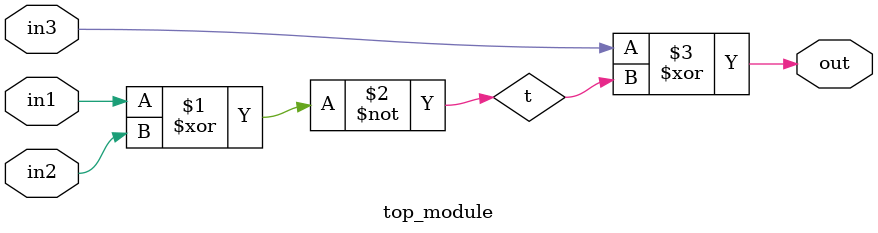
<source format=v>
module top_module (
    input in1,
    input in2,
    input in3,
    output out);
    
    wire t;
    
    assign t = ~( in1 ^ in2 );
    assign out = in3 ^ t;

endmodule

</source>
